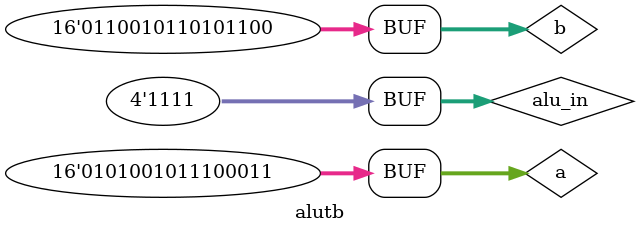
<source format=v>
module alu(input [15:0]a,b,input [3:0]alu_in,output reg[15:0] alu_out);
always @ (*) begin
case ({alu_in})
4'b0000 : alu_out = a+b; //add for addition kindly add one bit extra for carry in addition operation only
4'b0001 : alu_out = a-b; //sub
4'b0010 : alu_out = a*b; //multiply
4'b0011 : alu_out = a/b; //divide
4'b0100 : alu_out = a<<1; // left shif
4'b0101 : alu_out = a>>1; // right shift
4'b0110 : alu_out = {a[6:0],a[7]}; //rotate right
4'b0111 : alu_out = {a[0],a[7:1]}; //rotate left
4'b1001 : alu_out = a&b; // and
4'b1010 : alu_out = a|b; // or
4'b1011 : alu_out = a^b; //  ex or
4'b1100 : alu_out = ~(a&b); // nand
4'b1101 : alu_out = ~(a^b); // ex nor
4'b1110 : alu_out = (a>b); //  greater than
4'b1111 : alu_out = (a<b); // less than
default : alu_out=15'bx;
endcase
end
endmodule

//testbench
module alutb;
reg[15:0] a,b;
reg[3:0] alu_in;
wire[15:0] alu_out;
alu uut(.a(a),.b(b),.alu_in(alu_in),.alu_out(alu_out));
initial begin
$dumpfile("alu.vcd");
$dumpvars;
$monitor($time,"a=%b,b=%b,alu_out=%b",a,b,alu_in,alu_out);
//addition
alu_in =4'b0000;
#5 a=15'b111111111111111; b=15'b000000000000001;
#8 a=15'b000000000000000; b=15'b000000000000001;
$display ("addition");




//subtraction
alu_in =4'b0001;
a=15'b101001011100011; b=15'b110010110101100; 
#10 a=15'b111111111111111; b=15'b11111111111111;
$display ("subtraction");



//multipilication
$display ("multipilication");
alu_in =4'b0010;
a=15'b101001011100011; b=15'b110010110101100; 
#30 a=15'b101001011100011; b=15'b110010110101100;


//division
$display ("divide");
alu_in =4'b0011;
a=15'b101001011100011; b=15'b110010110101100; 
#40 a=15'b101001011100011; b=15'b110010110101100;


//left shif
$display ("left shif");
alu_in =4'b0100;
a=15'b101001011100011; b=15'b110010110101100; 
#50 a=15'b101001011100011; b=15'b110010110101100;


//right shift
$display ("right shift");
alu_in =4'b0101;
a=15'b101001011100011; b=15'b110010110101100; 
#60 a=15'b101001011100011; b=15'b110010110101100;


//rotate right
$display ("rotate right");
alu_in =4'b0110;
a=15'b101001011100011; b=15'b110010110101100; 
#75 a=15'b101001011100011; b=15'b110010110101100;


//rotate left
$display ("rotate left");
alu_in =4'b0111;
a=15'b101001011100011; b=15'b110010110101100; 
#85 a=15'b101001011100011; b=15'b110010110101100;


//and gate
$display ("and gate");
alu_in =4'b1000;
a=15'b101001011100011; b=15'b110010110101100; 
#95 a=16'b1111111111111111; b=16'b1111111111111111;


//or gate
$display ("or gate");
alu_in =4'b1001;
a=15'b101001011100011; b=15'b110010110101100; 
#100 a=15'b111111111111111; b=15'b000000000000000;


//ex or gate
$display ("ex or gate");
alu_in =4'b1010;
a=15'b101001011100011; b=15'b110010110101100; 
#115 a=15'b101001011100011; b=15'b110010110101100;


//nand gate
$display ("nand gate");
alu_in =4'b1011;
a=15'b101001011100011; b=15'b110010110101100; 
#125 a=15'b101001011100011; b=15'b110010110101100;


//ex nor gate
$display ("exnor");
alu_in =4'b1100;
a=15'b101001011100011; b=15'b110010110101100; 
#135 a=15'b101001011100011; b=15'b110010110101100; 


//greater than
$display ("greater than");
alu_in =4'b1101;
a=15'b101001011100011; b=15'b110010110101100; 
#145 a=15'b101001011100011; b=15'b110010110101100; 


//lessthan
$display ("lessthan");
alu_in =4'b1111;
a=15'b101001011100011; b=15'b110010110101100; 
#155 a=15'b101001011100011; b=15'b110010110101100;
end
endmodule

</source>
